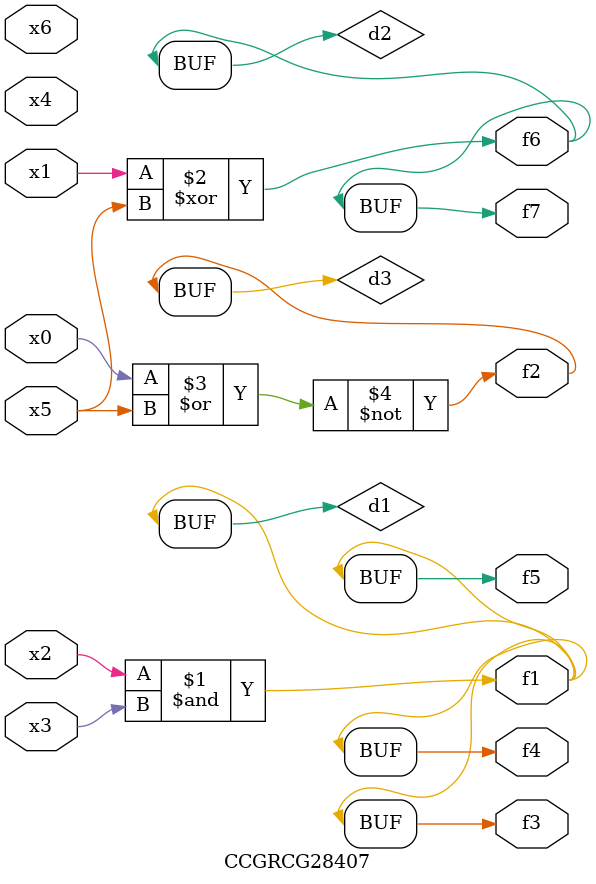
<source format=v>
module CCGRCG28407(
	input x0, x1, x2, x3, x4, x5, x6,
	output f1, f2, f3, f4, f5, f6, f7
);

	wire d1, d2, d3;

	and (d1, x2, x3);
	xor (d2, x1, x5);
	nor (d3, x0, x5);
	assign f1 = d1;
	assign f2 = d3;
	assign f3 = d1;
	assign f4 = d1;
	assign f5 = d1;
	assign f6 = d2;
	assign f7 = d2;
endmodule

</source>
